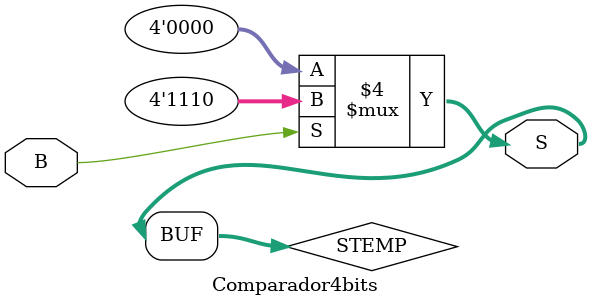
<source format=v>

module Comparador4bits(B,S);			//COMPARA SI EL BIT ES 1 O 0 PARA PINTAR

input  B;
reg [3:0] STEMP;
output [3:0] S;

always@(B)
	if(B==1'b1)
		STEMP = 4'b1110;
	else
		STEMP = 4'b0000;

assign S = STEMP;
endmodule

</source>
